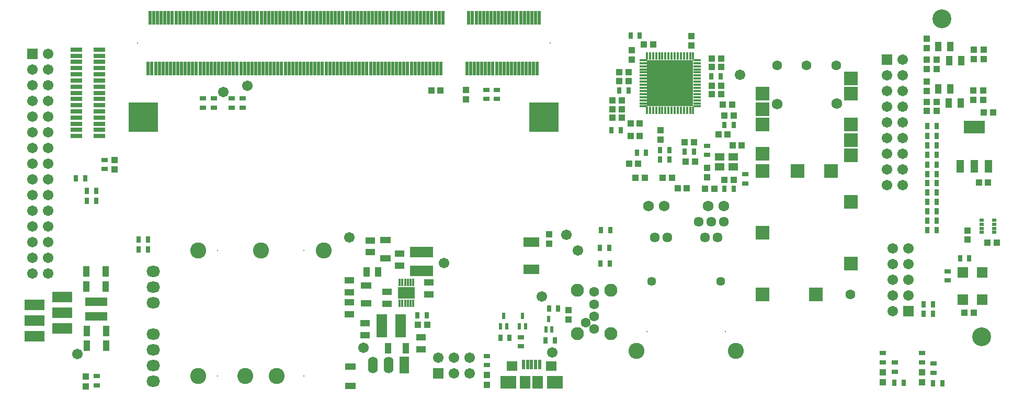
<source format=gts>
G04 Layer_Color=8388736*
%FSAX25Y25*%
%MOIN*%
G70*
G01*
G75*
%ADD112R,0.04343X0.05918*%
%ADD113R,0.05918X0.04343*%
%ADD114R,0.03950X0.03950*%
%ADD115R,0.03950X0.03950*%
%ADD116R,0.04343X0.07099*%
%ADD117R,0.07099X0.04343*%
%ADD118R,0.07296X0.03162*%
%ADD119R,0.12611X0.06706*%
%ADD120R,0.01969X0.05906*%
%ADD121R,0.09855X0.08280*%
%ADD122R,0.07099X0.06312*%
%ADD123R,0.06902X0.08280*%
%ADD124C,0.12000*%
%ADD125R,0.06706X0.14973*%
%ADD126R,0.14973X0.06706*%
%ADD127R,0.14186X0.05524*%
%ADD128R,0.06706X0.06706*%
%ADD129R,0.02375X0.04147*%
%ADD130R,0.03162X0.04343*%
%ADD131R,0.04343X0.03162*%
%ADD132C,0.06706*%
%ADD133R,0.04737X0.08083*%
%ADD134R,0.13398X0.08083*%
%ADD135R,0.01981X0.06115*%
%ADD136R,0.02769X0.02178*%
%ADD137R,0.06312X0.05131*%
%ADD138R,0.29540X0.29540*%
%ADD139R,0.01784X0.04540*%
%ADD140R,0.04540X0.01784*%
%ADD141R,0.01784X0.04737*%
%ADD142R,0.10642X0.07493*%
%ADD143R,0.18517X0.18910*%
%ADD144R,0.02178X0.08674*%
%ADD145C,0.00197*%
%ADD146C,0.06312*%
%ADD147R,0.08674X0.08674*%
%ADD148C,0.06902*%
%ADD149C,0.08280*%
%ADD150R,0.06706X0.06706*%
%ADD151R,0.06312X0.10642*%
%ADD152O,0.06312X0.10642*%
%ADD153C,0.05721*%
%ADD154C,0.10249*%
%ADD155C,0.06343*%
%ADD156C,0.06824*%
%ADD157C,0.00800*%
%ADD158O,0.08674X0.07099*%
%ADD159C,0.02769*%
D112*
X0806008Y0186295D02*
D03*
X0813488D02*
D03*
X1177988Y0303045D02*
D03*
X1170508D02*
D03*
X1177988Y0330045D02*
D03*
X1170508D02*
D03*
X1184738Y0293795D02*
D03*
X1177258D02*
D03*
X1184988Y0320795D02*
D03*
X1177508D02*
D03*
D113*
X0805248Y0146055D02*
D03*
Y0153535D02*
D03*
X0840748Y0137055D02*
D03*
Y0144535D02*
D03*
X0827248Y0197785D02*
D03*
Y0190305D02*
D03*
X0845748Y0179535D02*
D03*
Y0172055D02*
D03*
X0819248Y0166055D02*
D03*
Y0173535D02*
D03*
X0808498Y0206285D02*
D03*
Y0198805D02*
D03*
X0795248Y0166785D02*
D03*
Y0159305D02*
D03*
Y0173305D02*
D03*
Y0180785D02*
D03*
D114*
X0838795Y0152545D02*
D03*
X0844701D02*
D03*
X0853201Y0302045D02*
D03*
X0847295D02*
D03*
X1202201Y0243295D02*
D03*
X1196295D02*
D03*
X1199545Y0287795D02*
D03*
X1205451D02*
D03*
X1187045Y0160295D02*
D03*
X1192951D02*
D03*
X1004295Y0239545D02*
D03*
X1010201D02*
D03*
X1027701Y0239295D02*
D03*
X1021795D02*
D03*
X0977545Y0246295D02*
D03*
X0983451D02*
D03*
X1000701D02*
D03*
X0994795D02*
D03*
X1039951Y0245045D02*
D03*
X1034045D02*
D03*
X1015451Y0256545D02*
D03*
X1009545D02*
D03*
X0979201Y0255295D02*
D03*
X0973295D02*
D03*
X0988701Y0331295D02*
D03*
X0982795D02*
D03*
X0972951Y0308045D02*
D03*
X0967045D02*
D03*
X0968701Y0295545D02*
D03*
X0962795D02*
D03*
X0980201Y0281045D02*
D03*
X0974295D02*
D03*
X0980201Y0273045D02*
D03*
X0974295D02*
D03*
X1026045Y0305045D02*
D03*
X1031951D02*
D03*
X1033045Y0292795D02*
D03*
X1038951D02*
D03*
X1026045Y0299545D02*
D03*
X1031951D02*
D03*
X1008795Y0269045D02*
D03*
X1014701D02*
D03*
X1039295Y0267045D02*
D03*
X1045201D02*
D03*
X1030295Y0274045D02*
D03*
X1036201D02*
D03*
X0968701Y0290045D02*
D03*
X0962795D02*
D03*
X1026045Y0316795D02*
D03*
X1031951D02*
D03*
X0972951Y0313545D02*
D03*
X0967045D02*
D03*
X1026045Y0322295D02*
D03*
X1031951D02*
D03*
X1207701Y0205045D02*
D03*
X1201795D02*
D03*
X1034045Y0285795D02*
D03*
X1039951D02*
D03*
X0968701Y0284545D02*
D03*
X0962795D02*
D03*
D115*
X0869498Y0302248D02*
D03*
Y0296342D02*
D03*
X0645498Y0251592D02*
D03*
Y0257498D02*
D03*
X0974998Y0327498D02*
D03*
Y0321592D02*
D03*
X1012998Y0330592D02*
D03*
Y0336498D02*
D03*
X0993498Y0276498D02*
D03*
Y0270592D02*
D03*
X1023248Y0252498D02*
D03*
Y0246592D02*
D03*
X0922498Y0204343D02*
D03*
Y0210248D02*
D03*
X0934748Y0156093D02*
D03*
Y0161998D02*
D03*
X1189248Y0212748D02*
D03*
Y0206842D02*
D03*
X1162998Y0301640D02*
D03*
Y0307545D02*
D03*
Y0329093D02*
D03*
Y0334998D02*
D03*
X1169498Y0294748D02*
D03*
Y0288843D02*
D03*
X1192748Y0296093D02*
D03*
Y0301998D02*
D03*
X1169498Y0321498D02*
D03*
Y0315593D02*
D03*
X1193248Y0322093D02*
D03*
Y0327998D02*
D03*
X1162998Y0294748D02*
D03*
Y0288843D02*
D03*
X1198998Y0296093D02*
D03*
Y0301998D02*
D03*
X1162998Y0321498D02*
D03*
Y0315593D02*
D03*
X1199498Y0322093D02*
D03*
Y0327998D02*
D03*
X0627248Y0113295D02*
D03*
Y0119595D02*
D03*
X0882748Y0114146D02*
D03*
Y0120445D02*
D03*
X1135248Y0115896D02*
D03*
Y0122195D02*
D03*
X1159998Y0115896D02*
D03*
Y0122195D02*
D03*
D116*
X0627896Y0139295D02*
D03*
X0640100D02*
D03*
X0627896Y0148545D02*
D03*
X0640100D02*
D03*
X0627396Y0176795D02*
D03*
X0639600D02*
D03*
X0627396Y0186545D02*
D03*
X0639600D02*
D03*
X0819789Y0137545D02*
D03*
X0831207D02*
D03*
D117*
X0795748Y0113693D02*
D03*
Y0125898D02*
D03*
X0805748Y0177754D02*
D03*
Y0166337D02*
D03*
X0818248Y0206504D02*
D03*
Y0195087D02*
D03*
D118*
X0635663Y0327980D02*
D03*
Y0324043D02*
D03*
Y0320106D02*
D03*
Y0316169D02*
D03*
Y0304358D02*
D03*
Y0300421D02*
D03*
Y0296484D02*
D03*
Y0292547D02*
D03*
Y0288610D02*
D03*
Y0284673D02*
D03*
Y0280736D02*
D03*
Y0276799D02*
D03*
Y0272862D02*
D03*
X0620998D02*
D03*
Y0276799D02*
D03*
Y0280736D02*
D03*
Y0284673D02*
D03*
Y0288610D02*
D03*
Y0292547D02*
D03*
Y0304358D02*
D03*
Y0316169D02*
D03*
Y0327980D02*
D03*
X0635663Y0312232D02*
D03*
Y0308295D02*
D03*
X0620998Y0300421D02*
D03*
Y0296484D02*
D03*
Y0312232D02*
D03*
Y0308295D02*
D03*
Y0324043D02*
D03*
Y0320106D02*
D03*
D119*
X0611998Y0160295D02*
D03*
Y0170295D02*
D03*
X0594281Y0145295D02*
D03*
Y0155295D02*
D03*
Y0165295D02*
D03*
X0611998Y0150295D02*
D03*
D120*
X0911213Y0127266D02*
D03*
X0906094D02*
D03*
X0913772D02*
D03*
X0916331D02*
D03*
X0908654D02*
D03*
D121*
X0925976Y0116045D02*
D03*
X0896449D02*
D03*
D122*
X0898614Y0126380D02*
D03*
X0923811D02*
D03*
D123*
X0907177Y0116045D02*
D03*
X0915248D02*
D03*
D124*
X1172748Y0347545D02*
D03*
X1198248Y0144795D02*
D03*
D125*
X0827752Y0152045D02*
D03*
X0815744D02*
D03*
D126*
X0840998Y0187041D02*
D03*
Y0199049D02*
D03*
D127*
X0633748Y0157821D02*
D03*
Y0167270D02*
D03*
D128*
X1198547Y0168634D02*
D03*
X1185949D02*
D03*
Y0185957D02*
D03*
X1198547D02*
D03*
X0851748Y0121545D02*
D03*
D129*
X0893498Y0158142D02*
D03*
X0895467Y0151449D02*
D03*
X0891529D02*
D03*
X0905498Y0158142D02*
D03*
X0907467Y0151449D02*
D03*
X0903529D02*
D03*
X0922248Y0156142D02*
D03*
X0924216Y0149449D02*
D03*
X0920280D02*
D03*
D130*
X0838545Y0158545D02*
D03*
X0844451D02*
D03*
X0897201Y0144295D02*
D03*
X0891295D02*
D03*
X0633653Y0231545D02*
D03*
X0627748D02*
D03*
X0633701Y0238045D02*
D03*
X0627795D02*
D03*
X1190201Y0194795D02*
D03*
X1184295D02*
D03*
X0620795Y0245795D02*
D03*
X0626701D02*
D03*
X1166951Y0159545D02*
D03*
X1161045D02*
D03*
X1166951Y0165545D02*
D03*
X1161045D02*
D03*
X0666653Y0207045D02*
D03*
X0660748D02*
D03*
X0660795Y0200545D02*
D03*
X0666701D02*
D03*
X0960951Y0191545D02*
D03*
X0955045D02*
D03*
X0960701Y0201545D02*
D03*
X0954795D02*
D03*
X0993045Y0264045D02*
D03*
X0998951D02*
D03*
X1014701Y0263045D02*
D03*
X1008795D02*
D03*
X0978295Y0262295D02*
D03*
X0984201D02*
D03*
X0998951Y0257795D02*
D03*
X0993045D02*
D03*
X1039951Y0239295D02*
D03*
X1034045D02*
D03*
X0972998Y0301795D02*
D03*
X0967093D02*
D03*
X0955545Y0213045D02*
D03*
X0961451D02*
D03*
X0962045Y0276545D02*
D03*
X0967951D02*
D03*
X0980201Y0337045D02*
D03*
X0974295D02*
D03*
X1039951Y0279795D02*
D03*
X1034045D02*
D03*
X1025795Y0310795D02*
D03*
X1031701D02*
D03*
X0928201Y0163045D02*
D03*
X0922295D02*
D03*
X0925951Y0142545D02*
D03*
X0920045D02*
D03*
X1163545Y0260795D02*
D03*
X1169451D02*
D03*
X1163545Y0230795D02*
D03*
X1169451D02*
D03*
X1142545Y0115545D02*
D03*
X1148451D02*
D03*
X1163545Y0266795D02*
D03*
X1169451D02*
D03*
X1167045Y0115295D02*
D03*
X1172951D02*
D03*
X1163545Y0224795D02*
D03*
X1169451D02*
D03*
X1163545Y0279295D02*
D03*
X1169451D02*
D03*
X1169451Y0212795D02*
D03*
X1163545D02*
D03*
X1163545Y0218795D02*
D03*
X1169451D02*
D03*
X1169451Y0273045D02*
D03*
X1163545D02*
D03*
X1163545Y0236795D02*
D03*
X1169451D02*
D03*
X1163545Y0242795D02*
D03*
X1169451D02*
D03*
X1163545Y0254651D02*
D03*
X1169451D02*
D03*
X1163545Y0248545D02*
D03*
X1169451D02*
D03*
D131*
X0882392Y0296449D02*
D03*
Y0302354D02*
D03*
X0889179Y0296449D02*
D03*
Y0302354D02*
D03*
X0634248Y0119998D02*
D03*
Y0114093D02*
D03*
X0882748Y0126795D02*
D03*
Y0132701D02*
D03*
X0904498Y0144748D02*
D03*
Y0138842D02*
D03*
X0639248Y0257748D02*
D03*
Y0251842D02*
D03*
X0708748Y0291092D02*
D03*
Y0296998D02*
D03*
X0701748Y0291092D02*
D03*
Y0296998D02*
D03*
X0720248D02*
D03*
Y0291092D02*
D03*
X0727248Y0296998D02*
D03*
Y0291092D02*
D03*
X1176498Y0180795D02*
D03*
Y0186701D02*
D03*
X1047498Y0248498D02*
D03*
Y0242593D02*
D03*
X1023248Y0260842D02*
D03*
Y0266748D02*
D03*
X1135248Y0134498D02*
D03*
Y0128593D02*
D03*
X1159998Y0134498D02*
D03*
Y0128593D02*
D03*
X1142748Y0122592D02*
D03*
Y0128498D02*
D03*
X1167498Y0122092D02*
D03*
Y0127998D02*
D03*
D132*
X0803998Y0138045D02*
D03*
X0855498Y0192045D02*
D03*
X0621748Y0133795D02*
D03*
X0714748Y0301045D02*
D03*
X0729998Y0305045D02*
D03*
X0795248Y0208295D02*
D03*
X0933498Y0209795D02*
D03*
X0940748Y0200045D02*
D03*
X1044248Y0312045D02*
D03*
X0924498Y0134795D02*
D03*
X0917748Y0170545D02*
D03*
X0851748Y0131545D02*
D03*
X0861748Y0121545D02*
D03*
Y0131545D02*
D03*
X0871748Y0121545D02*
D03*
Y0131545D02*
D03*
X0603248Y0185295D02*
D03*
X0593248D02*
D03*
X0603248Y0205295D02*
D03*
X0593248D02*
D03*
X0603248Y0215295D02*
D03*
X0593248D02*
D03*
X0603248Y0225295D02*
D03*
X0593248D02*
D03*
X0603248Y0235295D02*
D03*
X0593248D02*
D03*
X0603248Y0245295D02*
D03*
X0593248D02*
D03*
X0603248Y0255295D02*
D03*
X0593248D02*
D03*
X0603248Y0265295D02*
D03*
X0593248D02*
D03*
X0603248Y0275295D02*
D03*
X0593248D02*
D03*
X0603248Y0285295D02*
D03*
X0593248D02*
D03*
X0603248Y0295295D02*
D03*
X0593248D02*
D03*
X0603248Y0305295D02*
D03*
X0593248D02*
D03*
X0603248Y0315295D02*
D03*
X0593248D02*
D03*
X0603248Y0325295D02*
D03*
X0593248Y0195295D02*
D03*
X0603248D02*
D03*
X1141498Y0201295D02*
D03*
Y0191295D02*
D03*
Y0181295D02*
D03*
Y0171295D02*
D03*
Y0161295D02*
D03*
X1151498Y0201295D02*
D03*
Y0191295D02*
D03*
Y0181295D02*
D03*
Y0171295D02*
D03*
X1147890Y0241673D02*
D03*
X1137890D02*
D03*
X1147890Y0251673D02*
D03*
X1137890D02*
D03*
X1147890Y0261673D02*
D03*
X1137890D02*
D03*
X1147890Y0271673D02*
D03*
X1137890D02*
D03*
X1147890Y0281673D02*
D03*
X1137890D02*
D03*
X1147890Y0291673D02*
D03*
X1137890D02*
D03*
X1147890Y0301673D02*
D03*
X1137890D02*
D03*
X1147890Y0311673D02*
D03*
X1137890D02*
D03*
X1147890Y0321673D02*
D03*
D133*
X1184443Y0253545D02*
D03*
X1193498D02*
D03*
X1202553D02*
D03*
D134*
X1193498Y0278545D02*
D03*
D135*
X0909029Y0187785D02*
D03*
X0910998D02*
D03*
X0912967D02*
D03*
X0914935D02*
D03*
X0907061Y0205305D02*
D03*
X0912967D02*
D03*
X0914935D02*
D03*
X0910998D02*
D03*
X0909029D02*
D03*
X0907061Y0187785D02*
D03*
D136*
X1206033Y0214016D02*
D03*
Y0216575D02*
D03*
Y0219134D02*
D03*
X1197963D02*
D03*
Y0216575D02*
D03*
Y0214016D02*
D03*
Y0211457D02*
D03*
X1206033D02*
D03*
D137*
X1031167Y0253146D02*
D03*
X1039829Y0259445D02*
D03*
Y0253146D02*
D03*
X1031167Y0259445D02*
D03*
D138*
X0999498Y0306545D02*
D03*
D139*
X1014262Y0289321D02*
D03*
X1012293D02*
D03*
X1010325D02*
D03*
X1008356D02*
D03*
X1006388D02*
D03*
X1004419D02*
D03*
X1002451D02*
D03*
X1000482D02*
D03*
X0998514D02*
D03*
X0996545D02*
D03*
X0994577D02*
D03*
X0992608D02*
D03*
X0990640D02*
D03*
X0988671D02*
D03*
X0986703D02*
D03*
X0984734D02*
D03*
Y0323770D02*
D03*
X0986703D02*
D03*
X0988671D02*
D03*
X0990640D02*
D03*
X0992608D02*
D03*
X0994577D02*
D03*
X0996545D02*
D03*
X0998514D02*
D03*
X1000482D02*
D03*
X1002451D02*
D03*
X1004419D02*
D03*
X1006388D02*
D03*
X1008356D02*
D03*
X1010325D02*
D03*
X1012293D02*
D03*
X1014262D02*
D03*
D140*
X0982274Y0291781D02*
D03*
Y0293750D02*
D03*
Y0295719D02*
D03*
Y0297687D02*
D03*
Y0299656D02*
D03*
Y0301624D02*
D03*
Y0303592D02*
D03*
Y0305561D02*
D03*
Y0307529D02*
D03*
Y0309498D02*
D03*
Y0311467D02*
D03*
Y0313435D02*
D03*
Y0315404D02*
D03*
Y0317372D02*
D03*
Y0319340D02*
D03*
Y0321309D02*
D03*
X1016722D02*
D03*
Y0319340D02*
D03*
Y0317372D02*
D03*
Y0315404D02*
D03*
Y0313435D02*
D03*
Y0311467D02*
D03*
Y0309498D02*
D03*
Y0307529D02*
D03*
Y0305561D02*
D03*
Y0303592D02*
D03*
Y0301624D02*
D03*
Y0299656D02*
D03*
Y0297687D02*
D03*
Y0295719D02*
D03*
Y0293750D02*
D03*
Y0291781D02*
D03*
D141*
X0835927Y0179488D02*
D03*
X0834155D02*
D03*
X0832384D02*
D03*
X0830612D02*
D03*
X0827069D02*
D03*
Y0166102D02*
D03*
X0828841Y0179488D02*
D03*
Y0166102D02*
D03*
X0830612D02*
D03*
X0832384D02*
D03*
X0834155D02*
D03*
X0835927D02*
D03*
D142*
X0831498Y0172795D02*
D03*
D143*
X0919250Y0284943D02*
D03*
X0663738D02*
D03*
D144*
X0916100Y0348329D02*
D03*
X0913738D02*
D03*
X0911376D02*
D03*
X0909014D02*
D03*
X0906651D02*
D03*
X0904289D02*
D03*
X0901927D02*
D03*
X0899565D02*
D03*
X0897203D02*
D03*
X0894841D02*
D03*
X0892478D02*
D03*
X0890116D02*
D03*
X0887754D02*
D03*
X0885392D02*
D03*
X0883029D02*
D03*
X0880667D02*
D03*
X0878305D02*
D03*
X0875943D02*
D03*
X0873581D02*
D03*
X0871218D02*
D03*
X0914919Y0316045D02*
D03*
X0912557D02*
D03*
X0910195D02*
D03*
X0907833D02*
D03*
X0905470D02*
D03*
X0903108D02*
D03*
X0900746D02*
D03*
X0898384D02*
D03*
X0896022D02*
D03*
X0893659D02*
D03*
X0891297D02*
D03*
X0888935D02*
D03*
X0886573D02*
D03*
X0884211D02*
D03*
X0881848D02*
D03*
X0879486D02*
D03*
X0877124D02*
D03*
X0874762D02*
D03*
X0872400D02*
D03*
X0870037D02*
D03*
X0854683Y0348329D02*
D03*
X0852321D02*
D03*
X0849959D02*
D03*
X0847596D02*
D03*
X0845234D02*
D03*
X0842872D02*
D03*
X0840510D02*
D03*
X0838148D02*
D03*
X0835785D02*
D03*
X0833423D02*
D03*
X0831061D02*
D03*
X0828699D02*
D03*
X0826337D02*
D03*
X0823974D02*
D03*
X0821612D02*
D03*
X0819250D02*
D03*
X0816888D02*
D03*
X0814526D02*
D03*
X0812163D02*
D03*
X0809801D02*
D03*
X0807439D02*
D03*
X0805077D02*
D03*
X0802715D02*
D03*
X0800352D02*
D03*
X0797990D02*
D03*
X0795628D02*
D03*
X0793266D02*
D03*
X0790904D02*
D03*
X0788541D02*
D03*
X0786179D02*
D03*
X0783817D02*
D03*
X0781455D02*
D03*
X0779093D02*
D03*
X0776730D02*
D03*
X0774368D02*
D03*
X0772006D02*
D03*
X0769644D02*
D03*
X0767281D02*
D03*
X0764919D02*
D03*
X0762557D02*
D03*
X0760195D02*
D03*
X0757833D02*
D03*
X0755470D02*
D03*
X0753108D02*
D03*
X0750746D02*
D03*
X0748384D02*
D03*
X0746022D02*
D03*
X0743659D02*
D03*
X0741297D02*
D03*
X0738935D02*
D03*
X0736573D02*
D03*
X0734211D02*
D03*
X0731848D02*
D03*
X0724762D02*
D03*
X0722400D02*
D03*
X0720037D02*
D03*
X0717675D02*
D03*
X0710589D02*
D03*
X0703502D02*
D03*
X0701140D02*
D03*
X0698777D02*
D03*
X0696415D02*
D03*
X0694053D02*
D03*
X0691691D02*
D03*
X0689329D02*
D03*
X0686967D02*
D03*
X0684604D02*
D03*
X0682242D02*
D03*
X0679880D02*
D03*
X0677518D02*
D03*
X0675155D02*
D03*
X0672793D02*
D03*
X0670431D02*
D03*
X0668069D02*
D03*
X0853502Y0316045D02*
D03*
X0851140D02*
D03*
X0848777D02*
D03*
X0846415D02*
D03*
X0844053D02*
D03*
X0841691D02*
D03*
X0839329D02*
D03*
X0836967D02*
D03*
X0834604D02*
D03*
X0832242D02*
D03*
X0829880D02*
D03*
X0827518D02*
D03*
X0825156D02*
D03*
X0822793D02*
D03*
X0820431D02*
D03*
X0818069D02*
D03*
X0815707D02*
D03*
X0813344D02*
D03*
X0810982D02*
D03*
X0808620D02*
D03*
X0806258D02*
D03*
X0803896D02*
D03*
X0801533D02*
D03*
X0799171D02*
D03*
X0796809D02*
D03*
X0794447D02*
D03*
X0792085D02*
D03*
X0789722D02*
D03*
X0787360D02*
D03*
X0784998D02*
D03*
X0782636D02*
D03*
X0780274D02*
D03*
X0777911D02*
D03*
X0775549D02*
D03*
X0773187D02*
D03*
X0770825D02*
D03*
X0768463D02*
D03*
X0766100D02*
D03*
X0763738D02*
D03*
X0761376D02*
D03*
X0759014D02*
D03*
X0756652D02*
D03*
X0754289D02*
D03*
X0751927D02*
D03*
X0749565D02*
D03*
X0747203D02*
D03*
X0744840D02*
D03*
X0742478D02*
D03*
X0740116D02*
D03*
X0737754D02*
D03*
X0735392D02*
D03*
X0733030D02*
D03*
X0730667D02*
D03*
X0728305D02*
D03*
X0725943D02*
D03*
X0723581D02*
D03*
X0721218D02*
D03*
X0718856D02*
D03*
X0716494D02*
D03*
X0714132D02*
D03*
X0711770D02*
D03*
X0709407D02*
D03*
X0707045D02*
D03*
X0704683D02*
D03*
X0702321D02*
D03*
X0699959D02*
D03*
X0697596D02*
D03*
X0695234D02*
D03*
X0692872D02*
D03*
X0690510D02*
D03*
X0688148D02*
D03*
X0685785D02*
D03*
X0683423D02*
D03*
X0681061D02*
D03*
X0678699D02*
D03*
X0676337D02*
D03*
X0673974D02*
D03*
X0671612D02*
D03*
X0669250D02*
D03*
X0666888D02*
D03*
X0729486Y0348329D02*
D03*
X0727124D02*
D03*
X0715313D02*
D03*
X0712951D02*
D03*
X0708226D02*
D03*
X0705864D02*
D03*
D145*
X0600248Y0121295D02*
D03*
X1198673D02*
D03*
Y0345705D02*
D03*
X0997886Y0345705D02*
D03*
X0600248Y0345705D02*
D03*
D146*
X1086502Y0318004D02*
D03*
X1105404D02*
D03*
X1114311Y0171795D02*
D03*
X1067604Y0318004D02*
D03*
X0951039Y0149919D02*
D03*
Y0173541D02*
D03*
X0945685Y0153856D02*
D03*
X0951039Y0157793D02*
D03*
Y0165667D02*
D03*
D147*
X1058504Y0299804D02*
D03*
X1114604Y0309704D02*
D03*
Y0299804D02*
D03*
Y0280204D02*
D03*
Y0270304D02*
D03*
X1092304Y0171804D02*
D03*
X1114604Y0191504D02*
D03*
Y0230904D02*
D03*
X1102104Y0250604D02*
D03*
X1080904D02*
D03*
X1058504Y0171804D02*
D03*
Y0261704D02*
D03*
Y0280204D02*
D03*
Y0211204D02*
D03*
Y0250604D02*
D03*
Y0290004D02*
D03*
X1114604Y0260461D02*
D03*
D148*
X1105649Y0293449D02*
D03*
X1067756Y0293252D02*
D03*
D149*
X0961748Y0147045D02*
D03*
X0940331D02*
D03*
X0961748Y0174604D02*
D03*
X0940331D02*
D03*
D150*
X0593248Y0325295D02*
D03*
X1151498Y0161295D02*
D03*
X1137890Y0321673D02*
D03*
D151*
X0830248Y0127045D02*
D03*
D152*
X0820248D02*
D03*
X0810248D02*
D03*
D153*
X0987740Y0180264D02*
D03*
X1031756D02*
D03*
D154*
X1041500Y0135775D02*
D03*
X0977996D02*
D03*
X0748748Y0119795D02*
D03*
X0728748D02*
D03*
X0738748Y0199795D02*
D03*
X0698748D02*
D03*
Y0119795D02*
D03*
X0778748Y0199795D02*
D03*
D155*
X1029728Y0208295D02*
D03*
X1021736D02*
D03*
X0997760D02*
D03*
X0989768D02*
D03*
X1033724Y0218295D02*
D03*
X1025732D02*
D03*
X1017740D02*
D03*
D156*
X1033744Y0228295D02*
D03*
X1023744D02*
D03*
X0995752D02*
D03*
X0985752D02*
D03*
D157*
X1034748Y0148295D02*
D03*
X0984748D02*
D03*
X0766228Y0119795D02*
D03*
Y0199795D02*
D03*
X0711228Y0119795D02*
D03*
Y0199795D02*
D03*
X0922990Y0332187D02*
D03*
X0659998D02*
D03*
D158*
X0669998Y0186545D02*
D03*
Y0176545D02*
D03*
Y0166545D02*
D03*
Y0146545D02*
D03*
Y0136545D02*
D03*
Y0126545D02*
D03*
Y0116545D02*
D03*
D159*
X0986506Y0319537D02*
D03*
X0990837D02*
D03*
X0995167D02*
D03*
X0999498D02*
D03*
X1003829D02*
D03*
X1008159D02*
D03*
X1012490D02*
D03*
X0986506Y0315207D02*
D03*
X0990837D02*
D03*
X0995167D02*
D03*
X0999498D02*
D03*
X1003829D02*
D03*
X1008159D02*
D03*
X1012490D02*
D03*
X0986506Y0310876D02*
D03*
X0990837D02*
D03*
X0995167D02*
D03*
X0999498D02*
D03*
X1003829D02*
D03*
X1008159D02*
D03*
X1012490D02*
D03*
X0986506Y0306545D02*
D03*
X0990837D02*
D03*
X0995167D02*
D03*
X0999498D02*
D03*
X1003829D02*
D03*
X1008159D02*
D03*
X1012490D02*
D03*
X0986506Y0302215D02*
D03*
X0990837D02*
D03*
X0995167D02*
D03*
X0999498D02*
D03*
X1003829D02*
D03*
X1008159D02*
D03*
X1012490D02*
D03*
X0986506Y0297884D02*
D03*
X0990837D02*
D03*
X0995167D02*
D03*
X0999498D02*
D03*
X1003829D02*
D03*
X1008159D02*
D03*
X1012490D02*
D03*
X0986506Y0293553D02*
D03*
X0990837D02*
D03*
X0995167D02*
D03*
X0999498D02*
D03*
X1003829D02*
D03*
X1008159D02*
D03*
X1012490D02*
D03*
M02*

</source>
